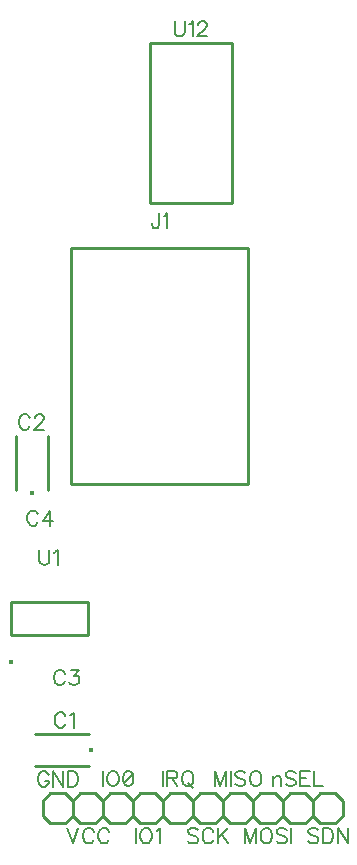
<source format=gbr>
G04 DipTrace 3.0.0.1*
G04 TopSilk.gbr*
%MOIN*%
G04 #@! TF.FileFunction,Legend,Top*
G04 #@! TF.Part,Single*
%ADD10C,0.009843*%
%ADD20C,0.015743*%
%ADD22C,0.015756*%
%ADD29C,0.015403*%
G04 #@! TA.AperFunction,Conductor*
%ADD58C,0.00772*%
%FSLAX26Y26*%
G04*
G70*
G90*
G75*
G01*
G04 TopSilk*
%LPD*%
D20*
X848379Y768701D3*
X839958Y821575D2*
D10*
X659951D1*
X839958Y715827D2*
X659951D1*
D22*
X649979Y1626668D3*
X702853Y1635089D2*
D10*
Y1815096D1*
X597105Y1635089D2*
Y1815096D1*
X762451Y624950D2*
X712451D1*
X687451Y599950D1*
Y549950D1*
X712451Y524950D1*
X762451D1*
X787451Y549950D1*
Y599950D1*
X762451Y624950D1*
X962520Y626181D2*
X912520D1*
X887520Y601181D1*
Y551181D1*
X912520Y526181D1*
X962520D1*
X987520Y551181D1*
Y601181D1*
X962520Y626181D1*
X1062520D2*
X1012520D1*
X987520Y601181D1*
Y551181D1*
X1012520Y526181D1*
X1062520D1*
X1087520Y551181D1*
Y601181D1*
X1062520Y626181D1*
X1162520D2*
X1112520D1*
X1087520Y601181D1*
Y551181D1*
X1112520Y526181D1*
X1162520D1*
X1187520Y551181D1*
Y601181D1*
X1162520Y626181D1*
X781429Y2443682D2*
X1371980D1*
Y1656338D1*
X781429D1*
Y2443682D1*
X1362559Y626181D2*
X1312559D1*
X1287559Y601181D1*
Y551181D1*
X1312559Y526181D1*
X1362559D1*
X1387559Y551181D1*
Y601181D1*
X1362559Y626181D1*
X1462559D2*
X1412559D1*
X1387559Y601181D1*
Y551181D1*
X1412559Y526181D1*
X1462559D1*
X1487559Y551181D1*
Y601181D1*
X1462559Y626181D1*
X1562559D2*
X1512559D1*
X1487559Y601181D1*
Y551181D1*
X1512559Y526181D1*
X1562559D1*
X1587559Y551181D1*
Y601181D1*
X1562559Y626181D1*
X1262520D2*
X1212520D1*
X1187520Y601181D1*
Y551181D1*
X1212520Y526181D1*
X1262520D1*
X1287520Y551181D1*
Y601181D1*
X1262520Y626181D1*
X1662598D2*
X1612598D1*
X1587598Y601181D1*
Y551181D1*
X1612598Y526181D1*
X1662598D1*
X1687598Y551181D1*
Y601181D1*
X1662598Y626181D1*
D29*
X580372Y1063506D3*
X579332Y1152756D2*
D10*
X839162D1*
X579332Y1262992D2*
X839162D1*
Y1152756D2*
Y1262992D1*
X579332Y1152756D2*
Y1262992D1*
X1318720Y2593716D2*
X1043130D1*
Y3125206D1*
X1318720D1*
Y2593716D1*
X862480Y626181D2*
X812480D1*
X787480Y601181D1*
Y551181D1*
X812480Y526181D1*
X862480D1*
X887480Y551181D1*
Y601181D1*
X862480Y626181D1*
X762320Y882860D2*
D58*
X759943Y887613D1*
X755135Y892421D1*
X750381Y894798D1*
X740820D1*
X736011Y892421D1*
X731258Y887613D1*
X728826Y882860D1*
X726450Y875675D1*
Y863681D1*
X728826Y856551D1*
X731258Y851743D1*
X736011Y846990D1*
X740820Y844558D1*
X750381D1*
X755135Y846990D1*
X759943Y851743D1*
X762320Y856551D1*
X777759Y885181D2*
X782567Y887613D1*
X789752Y894743D1*
Y844558D1*
X643448Y1876381D2*
X641071Y1881134D1*
X636263Y1885942D1*
X631509Y1888319D1*
X621948D1*
X617139Y1885942D1*
X612386Y1881134D1*
X609954Y1876381D1*
X607578Y1869196D1*
Y1857202D1*
X609954Y1850072D1*
X612386Y1845264D1*
X617139Y1840511D1*
X621948Y1838079D1*
X631509D1*
X636263Y1840511D1*
X641071Y1845264D1*
X643448Y1850072D1*
X661319Y1876325D2*
Y1878702D1*
X663695Y1883510D1*
X666072Y1885887D1*
X670880Y1888264D1*
X680442D1*
X685195Y1885887D1*
X687572Y1883510D1*
X690004Y1878702D1*
Y1873949D1*
X687572Y1869140D1*
X682819Y1862011D1*
X658887Y1838079D1*
X692380D1*
X759956Y1024671D2*
X757579Y1029424D1*
X752771Y1034232D1*
X748017Y1036609D1*
X738456D1*
X733647Y1034232D1*
X728894Y1029424D1*
X726462Y1024671D1*
X724086Y1017486D1*
Y1005492D1*
X726462Y998362D1*
X728894Y993554D1*
X733647Y988801D1*
X738456Y986369D1*
X748017D1*
X752771Y988801D1*
X757579Y993554D1*
X759956Y998362D1*
X780203Y1036554D2*
X806456D1*
X792141Y1017430D1*
X799327D1*
X804080Y1015054D1*
X806456Y1012677D1*
X808888Y1005492D1*
Y1000739D1*
X806456Y993554D1*
X801703Y988745D1*
X794518Y986369D1*
X787333D1*
X780203Y988745D1*
X777827Y991177D1*
X775395Y995931D1*
X671303Y1556034D2*
X668926Y1560787D1*
X664118Y1565596D1*
X659364Y1567972D1*
X649803D1*
X644994Y1565596D1*
X640241Y1560787D1*
X637809Y1556034D1*
X635433Y1548849D1*
Y1536856D1*
X637809Y1529726D1*
X640241Y1524917D1*
X644994Y1520164D1*
X649803Y1517732D1*
X659364D1*
X664118Y1520164D1*
X668926Y1524917D1*
X671303Y1529726D1*
X710674Y1517732D2*
Y1567917D1*
X686742Y1534479D1*
X722612D1*
X706454Y686235D2*
X704077Y690988D1*
X699269Y695797D1*
X694516Y698173D1*
X684954D1*
X680146Y695797D1*
X675392Y690988D1*
X672960Y686235D1*
X670584Y679050D1*
Y667056D1*
X672960Y659927D1*
X675392Y655118D1*
X680146Y650365D1*
X684954Y647933D1*
X694516D1*
X699269Y650365D1*
X704077Y655118D1*
X706454Y659927D1*
Y667056D1*
X694516D1*
X755386Y698173D2*
Y647933D1*
X721893Y698173D1*
Y647933D1*
X770826Y698173D2*
Y647933D1*
X787572D1*
X794757Y650365D1*
X799566Y655118D1*
X801942Y659927D1*
X804319Y667056D1*
Y679050D1*
X801942Y686235D1*
X799566Y690988D1*
X794757Y695797D1*
X787572Y698173D1*
X770826D1*
X886211Y699404D2*
Y649164D1*
X916020Y699404D2*
X911211Y697028D1*
X906458Y692219D1*
X904026Y687466D1*
X901650Y680281D1*
Y668287D1*
X904026Y661158D1*
X906458Y656349D1*
X911211Y651596D1*
X916020Y649164D1*
X925581D1*
X930335Y651596D1*
X935143Y656349D1*
X937520Y661158D1*
X939896Y668287D1*
Y680281D1*
X937520Y687466D1*
X935143Y692219D1*
X930335Y697028D1*
X925581Y699404D1*
X916020D1*
X969706Y699349D2*
X962521Y696972D1*
X957712Y689787D1*
X955336Y677849D1*
Y670664D1*
X957712Y658726D1*
X962521Y651541D1*
X969706Y649164D1*
X974459D1*
X981644Y651541D1*
X986397Y658726D1*
X988829Y670664D1*
Y677849D1*
X986397Y689787D1*
X981644Y696972D1*
X974459Y699349D1*
X969706D1*
X986397Y689787D2*
X957712Y658726D1*
X996960Y509222D2*
Y458982D1*
X1026770Y509222D2*
X1021961Y506846D1*
X1017208Y502037D1*
X1014776Y497284D1*
X1012400Y490099D1*
Y478106D1*
X1014776Y470976D1*
X1017208Y466167D1*
X1021961Y461414D1*
X1026770Y458982D1*
X1036331D1*
X1041085Y461414D1*
X1045893Y466167D1*
X1048270Y470976D1*
X1050646Y478106D1*
Y490099D1*
X1048270Y497284D1*
X1045893Y502037D1*
X1041085Y506846D1*
X1036331Y509222D1*
X1026770D1*
X1066085Y499606D2*
X1070894Y502037D1*
X1078079Y509167D1*
Y458982D1*
X1086183Y699404D2*
Y649164D1*
X1101622Y675472D2*
X1123122D1*
X1130307Y677904D1*
X1132739Y680281D1*
X1135115Y685034D1*
Y689843D1*
X1132739Y694596D1*
X1130307Y697028D1*
X1123122Y699404D1*
X1101622D1*
Y649164D1*
X1118369Y675472D2*
X1135115Y649164D1*
X1164925Y699404D2*
X1160172Y697083D1*
X1155363Y692274D1*
X1152987Y687466D1*
X1150555Y680281D1*
Y668343D1*
X1152987Y661158D1*
X1155363Y656404D1*
X1160172Y651596D1*
X1164925Y649219D1*
X1174486D1*
X1179295Y651596D1*
X1184048Y656404D1*
X1186425Y661158D1*
X1188856Y668343D1*
Y680281D1*
X1186425Y687466D1*
X1184048Y692274D1*
X1179295Y697083D1*
X1174486Y699404D1*
X1164925D1*
X1172110Y658781D2*
X1186425Y644411D1*
X1074954Y2558349D2*
Y2520103D1*
X1072578Y2512918D1*
X1070146Y2510541D1*
X1065393Y2508109D1*
X1060584D1*
X1055831Y2510541D1*
X1053454Y2512918D1*
X1051023Y2520103D1*
Y2524856D1*
X1090393Y2548732D2*
X1095202Y2551164D1*
X1102387Y2558294D1*
Y2508109D1*
X1297654Y649164D2*
Y699404D1*
X1278530Y649164D1*
X1259407Y699404D1*
Y649164D1*
X1313093Y699404D2*
Y649164D1*
X1362025Y692219D2*
X1357272Y697028D1*
X1350087Y699404D1*
X1340525D1*
X1333340Y697028D1*
X1328532Y692219D1*
Y687466D1*
X1330964Y682658D1*
X1333340Y680281D1*
X1338094Y677904D1*
X1352464Y673096D1*
X1357272Y670719D1*
X1359649Y668287D1*
X1362025Y663534D1*
Y656349D1*
X1357272Y651596D1*
X1350087Y649164D1*
X1340525D1*
X1333340Y651596D1*
X1328532Y656349D1*
X1391835Y699404D2*
X1387026Y697028D1*
X1382273Y692219D1*
X1379841Y687466D1*
X1377465Y680281D1*
Y668287D1*
X1379841Y661158D1*
X1382273Y656349D1*
X1387026Y651596D1*
X1391835Y649164D1*
X1401396D1*
X1406149Y651596D1*
X1410958Y656349D1*
X1413335Y661158D1*
X1415711Y668287D1*
Y680281D1*
X1413335Y687466D1*
X1410958Y692219D1*
X1406149Y697028D1*
X1401396Y699404D1*
X1391835D1*
X1397654Y458982D2*
Y509222D1*
X1378530Y458982D1*
X1359407Y509222D1*
Y458982D1*
X1427463Y509222D2*
X1422654Y506846D1*
X1417901Y502037D1*
X1415469Y497284D1*
X1413093Y490099D1*
Y478106D1*
X1415469Y470976D1*
X1417901Y466167D1*
X1422654Y461414D1*
X1427463Y458982D1*
X1437024D1*
X1441778Y461414D1*
X1446586Y466167D1*
X1448963Y470976D1*
X1451339Y478106D1*
Y490099D1*
X1448963Y497284D1*
X1446586Y502037D1*
X1441778Y506846D1*
X1437024Y509222D1*
X1427463D1*
X1500272Y502037D2*
X1495519Y506846D1*
X1488334Y509222D1*
X1478772D1*
X1471587Y506846D1*
X1466779Y502037D1*
Y497284D1*
X1469210Y492476D1*
X1471587Y490099D1*
X1476340Y487723D1*
X1490710Y482914D1*
X1495519Y480538D1*
X1497895Y478106D1*
X1500272Y473352D1*
Y466167D1*
X1495519Y461414D1*
X1488334Y458982D1*
X1478772D1*
X1471587Y461414D1*
X1466779Y466167D1*
X1515711Y509222D2*
Y458982D1*
X1454626Y682658D2*
Y649164D1*
Y673096D2*
X1461811Y680281D1*
X1466620Y682658D1*
X1473749D1*
X1478558Y680281D1*
X1480934Y673096D1*
Y649164D1*
X1529867Y692219D2*
X1525114Y697028D1*
X1517929Y699404D1*
X1508367D1*
X1501182Y697028D1*
X1496374Y692219D1*
Y687466D1*
X1498806Y682658D1*
X1501182Y680281D1*
X1505935Y677904D1*
X1520305Y673096D1*
X1525114Y670719D1*
X1527490Y668287D1*
X1529867Y663534D1*
Y656349D1*
X1525114Y651596D1*
X1517929Y649164D1*
X1508367D1*
X1501182Y651596D1*
X1496374Y656349D1*
X1576368Y699404D2*
X1545306D1*
Y649164D1*
X1576368D1*
X1545306Y675472D2*
X1564430D1*
X1591807Y699404D2*
Y649164D1*
X1620492D1*
X1204145Y502037D2*
X1199392Y506846D1*
X1192207Y509222D1*
X1182646D1*
X1175461Y506846D1*
X1170652Y502037D1*
Y497284D1*
X1173084Y492476D1*
X1175461Y490099D1*
X1180214Y487723D1*
X1194584Y482914D1*
X1199392Y480538D1*
X1201769Y478106D1*
X1204145Y473352D1*
Y466167D1*
X1199392Y461414D1*
X1192207Y458982D1*
X1182646D1*
X1175461Y461414D1*
X1170652Y466167D1*
X1255455Y497284D2*
X1253078Y502037D1*
X1248270Y506846D1*
X1243516Y509222D1*
X1233955D1*
X1229146Y506846D1*
X1224393Y502037D1*
X1221961Y497284D1*
X1219585Y490099D1*
Y478106D1*
X1221961Y470976D1*
X1224393Y466167D1*
X1229146Y461414D1*
X1233955Y458982D1*
X1243516D1*
X1248270Y461414D1*
X1253078Y466167D1*
X1255455Y470976D1*
X1270894Y509222D2*
Y458982D1*
X1304387Y509222D2*
X1270894Y475729D1*
X1282832Y487723D2*
X1304387Y458982D1*
X1605413Y502037D2*
X1600659Y506846D1*
X1593474Y509222D1*
X1583913D1*
X1576728Y506846D1*
X1571919Y502037D1*
Y497284D1*
X1574351Y492476D1*
X1576728Y490099D1*
X1581481Y487723D1*
X1595851Y482914D1*
X1600659Y480538D1*
X1603036Y478106D1*
X1605413Y473352D1*
Y466167D1*
X1600659Y461414D1*
X1593474Y458982D1*
X1583913D1*
X1576728Y461414D1*
X1571919Y466167D1*
X1620852Y509222D2*
Y458982D1*
X1637598D1*
X1644783Y461414D1*
X1649592Y466167D1*
X1651969Y470976D1*
X1654345Y478106D1*
Y490099D1*
X1651969Y497284D1*
X1649592Y502037D1*
X1644783Y506846D1*
X1637598Y509222D1*
X1620852D1*
X1703278D2*
Y458982D1*
X1669784Y509222D1*
Y458982D1*
X675453Y1437593D2*
Y1401723D1*
X677830Y1394538D1*
X682638Y1389785D1*
X689823Y1387353D1*
X694576D1*
X701761Y1389785D1*
X706570Y1394538D1*
X708946Y1401723D1*
Y1437593D1*
X724386Y1427976D2*
X729194Y1430408D1*
X736379Y1437538D1*
Y1387353D1*
X1125996Y3198429D2*
Y3162559D1*
X1128372Y3155374D1*
X1133181Y3150621D1*
X1140366Y3148189D1*
X1145119D1*
X1152304Y3150621D1*
X1157113Y3155374D1*
X1159489Y3162559D1*
Y3198429D1*
X1174928Y3188812D2*
X1179737Y3191244D1*
X1186922Y3198374D1*
Y3148189D1*
X1204793Y3186436D2*
Y3188812D1*
X1207170Y3193621D1*
X1209546Y3195997D1*
X1214355Y3198374D1*
X1223916D1*
X1228669Y3195997D1*
X1231046Y3193621D1*
X1233478Y3188812D1*
Y3184059D1*
X1231046Y3179251D1*
X1226293Y3172121D1*
X1202361Y3148189D1*
X1235855D1*
X767048Y509222D2*
X786171Y458982D1*
X805294Y509222D1*
X856604Y497284D2*
X854227Y502037D1*
X849419Y506846D1*
X844665Y509222D1*
X835104D1*
X830295Y506846D1*
X825542Y502037D1*
X823110Y497284D1*
X820734Y490099D1*
Y478106D1*
X823110Y470976D1*
X825542Y466167D1*
X830295Y461414D1*
X835104Y458982D1*
X844665D1*
X849419Y461414D1*
X854227Y466167D1*
X856604Y470976D1*
X907913Y497284D2*
X905536Y502037D1*
X900728Y506846D1*
X895975Y509222D1*
X886413D1*
X881604Y506846D1*
X876851Y502037D1*
X874419Y497284D1*
X872043Y490099D1*
Y478106D1*
X874419Y470976D1*
X876851Y466167D1*
X881604Y461414D1*
X886413Y458982D1*
X895975D1*
X900728Y461414D1*
X905536Y466167D1*
X907913Y470976D1*
M02*

</source>
